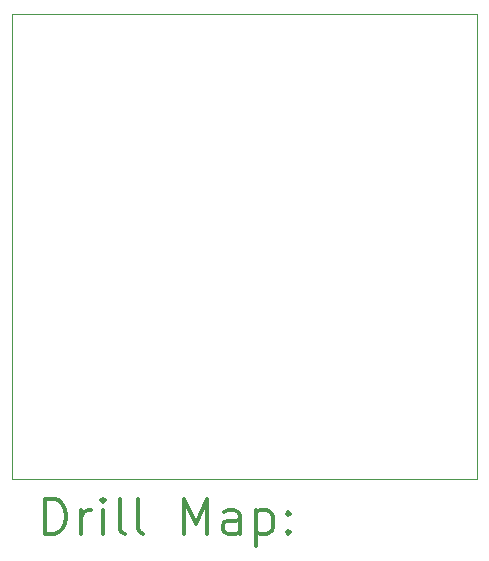
<source format=gbr>
%FSLAX45Y45*%
G04 Gerber Fmt 4.5, Leading zero omitted, Abs format (unit mm)*
G04 Created by KiCad (PCBNEW (5.1.9)-1) date 2021-03-24 11:59:08*
%MOMM*%
%LPD*%
G01*
G04 APERTURE LIST*
%TA.AperFunction,Profile*%
%ADD10C,0.050000*%
%TD*%
%ADD11C,0.200000*%
%ADD12C,0.300000*%
G04 APERTURE END LIST*
D10*
X15621000Y-7493000D02*
X11684000Y-7493000D01*
X15621000Y-11430000D02*
X15621000Y-7493000D01*
X11684000Y-11430000D02*
X15621000Y-11430000D01*
X11684000Y-7493000D02*
X11684000Y-11430000D01*
D11*
D12*
X11967928Y-11898214D02*
X11967928Y-11598214D01*
X12039357Y-11598214D01*
X12082214Y-11612500D01*
X12110786Y-11641071D01*
X12125071Y-11669643D01*
X12139357Y-11726786D01*
X12139357Y-11769643D01*
X12125071Y-11826786D01*
X12110786Y-11855357D01*
X12082214Y-11883929D01*
X12039357Y-11898214D01*
X11967928Y-11898214D01*
X12267928Y-11898214D02*
X12267928Y-11698214D01*
X12267928Y-11755357D02*
X12282214Y-11726786D01*
X12296500Y-11712500D01*
X12325071Y-11698214D01*
X12353643Y-11698214D01*
X12453643Y-11898214D02*
X12453643Y-11698214D01*
X12453643Y-11598214D02*
X12439357Y-11612500D01*
X12453643Y-11626786D01*
X12467928Y-11612500D01*
X12453643Y-11598214D01*
X12453643Y-11626786D01*
X12639357Y-11898214D02*
X12610786Y-11883929D01*
X12596500Y-11855357D01*
X12596500Y-11598214D01*
X12796500Y-11898214D02*
X12767928Y-11883929D01*
X12753643Y-11855357D01*
X12753643Y-11598214D01*
X13139357Y-11898214D02*
X13139357Y-11598214D01*
X13239357Y-11812500D01*
X13339357Y-11598214D01*
X13339357Y-11898214D01*
X13610786Y-11898214D02*
X13610786Y-11741071D01*
X13596500Y-11712500D01*
X13567928Y-11698214D01*
X13510786Y-11698214D01*
X13482214Y-11712500D01*
X13610786Y-11883929D02*
X13582214Y-11898214D01*
X13510786Y-11898214D01*
X13482214Y-11883929D01*
X13467928Y-11855357D01*
X13467928Y-11826786D01*
X13482214Y-11798214D01*
X13510786Y-11783929D01*
X13582214Y-11783929D01*
X13610786Y-11769643D01*
X13753643Y-11698214D02*
X13753643Y-11998214D01*
X13753643Y-11712500D02*
X13782214Y-11698214D01*
X13839357Y-11698214D01*
X13867928Y-11712500D01*
X13882214Y-11726786D01*
X13896500Y-11755357D01*
X13896500Y-11841071D01*
X13882214Y-11869643D01*
X13867928Y-11883929D01*
X13839357Y-11898214D01*
X13782214Y-11898214D01*
X13753643Y-11883929D01*
X14025071Y-11869643D02*
X14039357Y-11883929D01*
X14025071Y-11898214D01*
X14010786Y-11883929D01*
X14025071Y-11869643D01*
X14025071Y-11898214D01*
X14025071Y-11712500D02*
X14039357Y-11726786D01*
X14025071Y-11741071D01*
X14010786Y-11726786D01*
X14025071Y-11712500D01*
X14025071Y-11741071D01*
M02*

</source>
